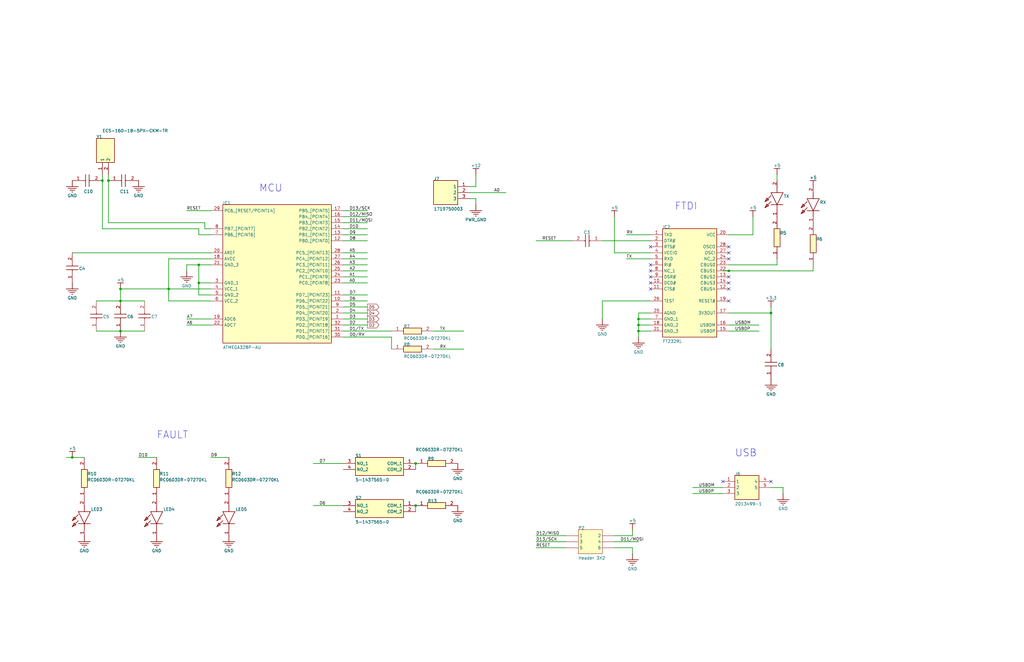
<source format=kicad_sch>
(kicad_sch (version 20211123) (generator eeschema)
  (paper "B")
  (lib_symbols
    (symbol "SafetyPCB-altium-import:+12" (power)
      (property "Reference" "#PWR" (at 0 0 0))
      (property "Value" "+12" (at 0 3.81 0))
      (symbol "+12_0_0"
        (pin power_in line (at 0 0 0) (length 0) hide (name "+12") (number ""))
      )
    )
    (symbol "SafetyPCB-altium-import:+3.3" (power)
      (property "Reference" "#PWR" (at 0 0 0))
      (property "Value" "+3.3" (at 0 3.81 0))
      (symbol "+3.3_0_0"
        (pin power_in line (at 0 0 0) (length 0) hide (name "+3.3") (number ""))
      )
    )
    (symbol "SafetyPCB-altium-import:+5" (power)
      (property "Reference" "#PWR" (at 0 0 0))
      (property "Value" "+5" (at 0 3.81 0))
      (symbol "+5_0_0"
        (pin power_in line (at 0 0 0) (length 0) hide (name "+5") (number ""))
      )
    )
    (symbol "SafetyPCB-altium-import:0_06035A200KAT2A"
      (property "Value" "0_06035A200KAT2A" (at 0 0 0))
      (symbol "0_06035A200KAT2A_1_0"
        (pin passive line (at 0 0 0) (length 5.08) (name "1") (number "1"))
        (pin passive line (at 12.7 0 180) (length 5.08) (name "2") (number "2"))
      )
    )
    (symbol "SafetyPCB-altium-import:0_2013499-1"
      (property "Value" "0_2013499-1" (at 0 0 0))
      (symbol "0_2013499-1_1_0"
        (pin passive line (at 0 0 0) (length 5.08) (name "1") (number "1"))
        (pin passive line (at 0 -2.54 0) (length 5.08) (name "2") (number "2"))
        (pin passive line (at 0 -5.08 0) (length 5.08) (name "3") (number "3"))
        (pin passive line (at 20.32 0 180) (length 5.08) (name "4") (number "4"))
        (pin passive line (at 20.32 -2.54 180) (length 5.08) (name "5") (number "5"))
      )
    )
    (symbol "SafetyPCB-altium-import:0_5-1437565-0"
      (property "Value" "0_5-1437565-0" (at 0 0 0))
      (symbol "0_5-1437565-0_1_0"
        (pin passive line (at 30.48 0 180) (length 5.08) (name "COM_1") (number "1"))
        (pin passive line (at 30.48 -2.54 180) (length 5.08) (name "COM_2") (number "2"))
        (pin passive line (at 0 0 0) (length 5.08) (name "NO_1") (number "3"))
        (pin passive line (at 0 -2.54 0) (length 5.08) (name "NO_2") (number "4"))
      )
    )
    (symbol "SafetyPCB-altium-import:0_ATMEGA328P-AU"
      (property "Value" "0_ATMEGA328P-AU" (at 0 0 0))
      (symbol "0_ATMEGA328P-AU_1_0"
        (pin bidirectional line (at 58.42 -20.32 180) (length 5.08) (name "PD3_[PCINT19]") (number "1"))
        (pin bidirectional line (at 58.42 -12.7 180) (length 5.08) (name "PD6_[PCINT22]") (number "10"))
        (pin bidirectional line (at 58.42 -10.16 180) (length 5.08) (name "PD7_[PCINT23]") (number "11"))
        (pin bidirectional line (at 58.42 12.7 180) (length 5.08) (name "PB0_[PCINT0]") (number "12"))
        (pin bidirectional line (at 58.42 15.24 180) (length 5.08) (name "PB1_[PCINT1]") (number "13"))
        (pin bidirectional line (at 58.42 17.78 180) (length 5.08) (name "PB2_[PCINT2]") (number "14"))
        (pin bidirectional line (at 58.42 20.32 180) (length 5.08) (name "PB3_[PCINT3]") (number "15"))
        (pin bidirectional line (at 58.42 22.86 180) (length 5.08) (name "PB4_[PCINT4]") (number "16"))
        (pin bidirectional line (at 58.42 25.4 180) (length 5.08) (name "PB5_[PCINT5]") (number "17"))
        (pin power_in line (at 2.54 5.08 0) (length 5.08) (name "AVCC") (number "18"))
        (pin bidirectional line (at 2.54 -20.32 0) (length 5.08) (name "ADC6") (number "19"))
        (pin bidirectional line (at 58.42 -17.78 180) (length 5.08) (name "PD4_[PCINT20]") (number "2"))
        (pin bidirectional line (at 2.54 7.62 0) (length 5.08) (name "AREF") (number "20"))
        (pin power_in line (at 2.54 2.54 0) (length 5.08) (name "GND_3") (number "21"))
        (pin bidirectional line (at 2.54 -22.86 0) (length 5.08) (name "ADC7") (number "22"))
        (pin bidirectional line (at 58.42 -5.08 180) (length 5.08) (name "PC0_[PCINT8]") (number "23"))
        (pin bidirectional line (at 58.42 -2.54 180) (length 5.08) (name "PC1_[PCINT9]") (number "24"))
        (pin bidirectional line (at 58.42 0 180) (length 5.08) (name "PC2_[PCINT10]") (number "25"))
        (pin bidirectional line (at 58.42 2.54 180) (length 5.08) (name "PC3_[PCINT11]") (number "26"))
        (pin bidirectional line (at 58.42 5.08 180) (length 5.08) (name "PC4_[PCINT12]") (number "27"))
        (pin bidirectional line (at 58.42 7.62 180) (length 5.08) (name "PC5_[PCINT13]") (number "28"))
        (pin bidirectional line (at 2.54 25.4 0) (length 5.08) (name "PC6_[RESET/PCINT14]") (number "29"))
        (pin power_in line (at 2.54 -5.08 0) (length 5.08) (name "GND_1") (number "3"))
        (pin bidirectional line (at 58.42 -27.94 180) (length 5.08) (name "PD0_[PCINT16]") (number "30"))
        (pin bidirectional line (at 58.42 -25.4 180) (length 5.08) (name "PD1_[PCINT17]") (number "31"))
        (pin bidirectional line (at 58.42 -22.86 180) (length 5.08) (name "PD2_[PCINT18]") (number "32"))
        (pin power_in line (at 2.54 -7.62 0) (length 5.08) (name "VCC_1") (number "4"))
        (pin power_in line (at 2.54 -10.16 0) (length 5.08) (name "GND_2") (number "5"))
        (pin power_in line (at 2.54 -12.7 0) (length 5.08) (name "VCC_2") (number "6"))
        (pin bidirectional line (at 2.54 15.24 0) (length 5.08) (name "PB6_[PCINT6]") (number "7"))
        (pin bidirectional line (at 2.54 17.78 0) (length 5.08) (name "PB7_[PCINT7]") (number "8"))
        (pin bidirectional line (at 58.42 -15.24 180) (length 5.08) (name "PD5_[PCINT21]") (number "9"))
      )
    )
    (symbol "SafetyPCB-altium-import:0_FT232RL"
      (property "Value" "0_FT232RL" (at 0 0 0))
      (symbol "0_FT232RL_1_0"
        (pin passive line (at 0 0 0) (length 5.08) (name "TXD") (number "1"))
        (pin passive line (at 0 -20.32 0) (length 5.08) (name "DCD#") (number "10"))
        (pin passive line (at 0 -22.86 0) (length 5.08) (name "CTS#") (number "11"))
        (pin passive line (at 33.02 -22.86 180) (length 5.08) (name "CBUS4") (number "12"))
        (pin passive line (at 33.02 -17.78 180) (length 5.08) (name "CBUS2") (number "13"))
        (pin passive line (at 33.02 -20.32 180) (length 5.08) (name "CBUS3") (number "14"))
        (pin passive line (at 33.02 -40.64 180) (length 5.08) (name "USBDP") (number "15"))
        (pin passive line (at 33.02 -38.1 180) (length 5.08) (name "USBDM") (number "16"))
        (pin passive line (at 33.02 -33.02 180) (length 5.08) (name "3V3OUT") (number "17"))
        (pin passive line (at 0 -38.1 0) (length 5.08) (name "GND_2") (number "18"))
        (pin passive line (at 33.02 -27.94 180) (length 5.08) (name "RESET#") (number "19"))
        (pin passive line (at 0 -2.54 0) (length 5.08) (name "DTR#") (number "2"))
        (pin passive line (at 33.02 0 180) (length 5.08) (name "VCC") (number "20"))
        (pin passive line (at 0 -40.64 0) (length 5.08) (name "GND_3") (number "21"))
        (pin passive line (at 33.02 -15.24 180) (length 5.08) (name "CBUS1") (number "22"))
        (pin passive line (at 33.02 -12.7 180) (length 5.08) (name "CBUS0") (number "23"))
        (pin passive line (at 33.02 -10.16 180) (length 5.08) (name "NC_2") (number "24"))
        (pin passive line (at 0 -33.02 0) (length 5.08) (name "AGND") (number "25"))
        (pin passive line (at 0 -27.94 0) (length 5.08) (name "TEST") (number "26"))
        (pin passive line (at 33.02 -7.62 180) (length 5.08) (name "OSCI") (number "27"))
        (pin passive line (at 33.02 -5.08 180) (length 5.08) (name "OSCO") (number "28"))
        (pin passive line (at 0 -5.08 0) (length 5.08) (name "RTS#") (number "3"))
        (pin passive line (at 0 -7.62 0) (length 5.08) (name "VCCIO") (number "4"))
        (pin passive line (at 0 -10.16 0) (length 5.08) (name "RXD") (number "5"))
        (pin passive line (at 0 -12.7 0) (length 5.08) (name "RI#") (number "6"))
        (pin passive line (at 0 -35.56 0) (length 5.08) (name "GND_1") (number "7"))
        (pin passive line (at 0 -15.24 0) (length 5.08) (name "NC_1") (number "8"))
        (pin passive line (at 0 -17.78 0) (length 5.08) (name "DSR#") (number "9"))
      )
    )
    (symbol "SafetyPCB-altium-import:0_Header 3X2"
      (property "Value" "0_Header 3X2" (at 0 0 0))
      (symbol "0_Header 3X2_1_0"
        (pin passive line (at -5.08 -2.54 0) (length 5.08) (name "1") (number "1"))
        (pin passive line (at 15.24 -2.54 180) (length 5.08) (name "2") (number "2"))
        (pin passive line (at -5.08 -5.08 0) (length 5.08) (name "3") (number "3"))
        (pin passive line (at 15.24 -5.08 180) (length 5.08) (name "4") (number "4"))
        (pin passive line (at -5.08 -7.62 0) (length 5.08) (name "5") (number "5"))
        (pin passive line (at 15.24 -7.62 180) (length 5.08) (name "6") (number "6"))
      )
    )
    (symbol "SafetyPCB-altium-import:0_RC0603DR-07270KL"
      (property "Value" "0_RC0603DR-07270KL" (at 0 0 0))
      (symbol "0_RC0603DR-07270KL_1_0"
        (pin passive line (at 0 0 0) (length 5.08) (name "1") (number "1"))
        (pin passive line (at 17.78 0 180) (length 5.08) (name "2") (number "2"))
      )
    )
    (symbol "SafetyPCB-altium-import:1_C0603C104K3RACTU"
      (property "Value" "1_C0603C104K3RACTU" (at 0 0 0))
      (symbol "1_C0603C104K3RACTU_1_0"
        (pin passive line (at 0 0 90) (length 5.08) (name "1") (number "1"))
        (pin passive line (at 0 12.7 270) (length 5.08) (name "2") (number "2"))
      )
    )
    (symbol "SafetyPCB-altium-import:1_ECS-160-18-5PX-CKM-TR"
      (property "Value" "1_ECS-160-18-5PX-CKM-TR" (at 0 0 0))
      (symbol "1_ECS-160-18-5PX-CKM-TR_1_0"
        (pin passive line (at 0 0 90) (length 5.08) (name "1") (number "1"))
        (pin passive line (at 2.54 0 90) (length 5.08) (name "2") (number "2"))
      )
    )
    (symbol "SafetyPCB-altium-import:1_LTST-C191TBKT-5A"
      (property "Value" "1_LTST-C191TBKT-5A" (at 0 0 0))
      (symbol "1_LTST-C191TBKT-5A_1_0"
        (pin passive line (at 0 0 90) (length 2.54) (name "K") (number "1"))
        (pin passive line (at 0 15.24 270) (length 2.54) (name "A") (number "2"))
      )
    )
    (symbol "SafetyPCB-altium-import:1_RC0603DR-07270KL"
      (property "Value" "1_RC0603DR-07270KL" (at 0 0 0))
      (symbol "1_RC0603DR-07270KL_1_0"
        (pin passive line (at 0 0 90) (length 5.08) (name "1") (number "1"))
        (pin passive line (at 0 17.78 270) (length 5.08) (name "2") (number "2"))
      )
    )
    (symbol "SafetyPCB-altium-import:2_1719750003"
      (property "Value" "2_1719750003" (at 0 0 0))
      (symbol "2_1719750003_1_0"
        (pin passive line (at 0 5.08 180) (length 5.08) (name "1") (number "1"))
        (pin passive line (at 0 2.54 180) (length 5.08) (name "2") (number "2"))
        (pin passive line (at 0 0 180) (length 5.08) (name "3") (number "3"))
      )
    )
    (symbol "SafetyPCB-altium-import:2_C0603C104K3RACTU"
      (property "Value" "2_C0603C104K3RACTU" (at 0 0 0))
      (symbol "2_C0603C104K3RACTU_1_0"
        (pin passive line (at 0 0 180) (length 5.08) (name "1") (number "1"))
        (pin passive line (at -12.7 0 0) (length 5.08) (name "2") (number "2"))
      )
    )
    (symbol "SafetyPCB-altium-import:GND" (power)
      (property "Reference" "#PWR" (at 0 0 0))
      (property "Value" "GND" (at 0 6.35 0))
      (symbol "GND_0_0"
        (pin power_in line (at 0 0 0) (length 0) hide (name "GND") (number ""))
      )
    )
    (symbol "SafetyPCB-altium-import:PWR_GND" (power)
      (property "Reference" "#PWR" (at 0 0 0))
      (property "Value" "PWR_GND" (at 0 6.35 0))
      (symbol "PWR_GND_0_0"
        (pin power_in line (at 0 0 0) (length 0) hide (name "PWR_GND") (number ""))
      )
    )
  )
  (junction (at 50.8 139.7))
  (junction (at 307.34 114.3))
  (junction (at 71.12 121.92))
  (junction (at 325.12 132.08))
  (junction (at 83.82 119.38))
  (junction (at 269.24 139.7))
  (junction (at 50.8 127))
  (junction (at 50.8 121.92))
  (junction (at 43.18 76.2))
  (junction (at 175.26 195.58))
  (junction (at 269.24 137.16))
  (junction (at 45.72 76.2))
  (junction (at 30.48 193.04))
  (junction (at 83.82 111.76))
  (junction (at 175.26 213.36))
  (junction (at 269.24 134.62))
  (no_connect (at 304.8 203.2))
  (no_connect (at 274.32 116.84))
  (no_connect (at 307.34 104.14))
  (no_connect (at 307.34 127))
  (no_connect (at 307.34 109.22))
  (no_connect (at 307.34 106.68))
  (no_connect (at 307.34 116.84))
  (no_connect (at 307.34 121.92))
  (no_connect (at 274.32 111.76))
  (no_connect (at 274.32 121.92))
  (no_connect (at 274.32 119.38))
  (no_connect (at 274.32 114.3))
  (no_connect (at 274.32 104.14))
  (no_connect (at 307.34 119.38))
  (no_connect (at 325.12 203.2))
  (wire (pts (xy 269.24 139.7) (xy 269.24 137.16)) (stroke (width 0.254)))
  (wire (pts (xy 78.74 111.76) (xy 78.74 114.3)) (stroke (width 0.254)))
  (wire (pts (xy 274.32 127) (xy 254 127)) (stroke (width 0.254)))
  (wire (pts (xy 43.18 76.2) (xy 43.18 73.66)) (stroke (width 0.254)))
  (wire (pts (xy 83.82 96.52) (xy 83.82 99.06)) (stroke (width 0.254)))
  (wire (pts (xy 50.8 139.7) (xy 60.96 139.7)) (stroke (width 0.254)))
  (wire (pts (xy 182.88 147.32) (xy 195.58 147.32)) (stroke (width 0.254)))
  (wire (pts (xy 307.34 114.3) (xy 304.8 114.3)) (stroke (width 0.254)))
  (wire (pts (xy 259.08 231.14) (xy 266.7 231.14)) (stroke (width 0.254)))
  (wire (pts (xy 30.48 193.04) (xy 27.94 193.04)) (stroke (width 0.254)))
  (wire (pts (xy 88.9 109.22) (xy 71.12 109.22)) (stroke (width 0.254)))
  (wire (pts (xy 144.78 213.36) (xy 132.08 213.36)) (stroke (width 0.254)))
  (wire (pts (xy 325.12 205.74) (xy 330.2 205.74)) (stroke (width 0.254)))
  (wire (pts (xy 144.78 91.44) (xy 154.94 91.44)) (stroke (width 0.254)))
  (wire (pts (xy 50.8 127) (xy 60.96 127)) (stroke (width 0.254)))
  (wire (pts (xy 274.32 137.16) (xy 269.24 137.16)) (stroke (width 0.254)))
  (wire (pts (xy 144.78 129.54) (xy 154.94 129.54)) (stroke (width 0.254)))
  (wire (pts (xy 144.78 134.62) (xy 154.94 134.62)) (stroke (width 0.254)))
  (wire (pts (xy 266.7 231.14) (xy 266.7 233.68)) (stroke (width 0.254)))
  (wire (pts (xy 88.9 88.9) (xy 78.74 88.9)) (stroke (width 0.254)))
  (wire (pts (xy 342.9 114.3) (xy 307.34 114.3)) (stroke (width 0.254)))
  (wire (pts (xy 259.08 228.6) (xy 269.24 228.6)) (stroke (width 0.254)))
  (wire (pts (xy 144.78 116.84) (xy 154.94 116.84)) (stroke (width 0.254)))
  (wire (pts (xy 50.8 121.92) (xy 50.8 127)) (stroke (width 0.254)))
  (wire (pts (xy 45.72 76.2) (xy 45.72 93.98)) (stroke (width 0.254)))
  (wire (pts (xy 88.9 127) (xy 71.12 127)) (stroke (width 0.254)))
  (wire (pts (xy 83.82 99.06) (xy 88.9 99.06)) (stroke (width 0.254)))
  (wire (pts (xy 254 101.6) (xy 274.32 101.6)) (stroke (width 0.254)))
  (wire (pts (xy 144.78 99.06) (xy 154.94 99.06)) (stroke (width 0.254)))
  (wire (pts (xy 330.2 205.74) (xy 330.2 208.28)) (stroke (width 0.254)))
  (wire (pts (xy 96.52 193.04) (xy 88.9 193.04)) (stroke (width 0.254)))
  (wire (pts (xy 198.12 83.82) (xy 200.66 83.82)) (stroke (width 0.254)))
  (wire (pts (xy 71.12 109.22) (xy 71.12 121.92)) (stroke (width 0.254)))
  (wire (pts (xy 144.78 137.16) (xy 154.94 137.16)) (stroke (width 0.254)))
  (wire (pts (xy 238.76 226.06) (xy 226.06 226.06)) (stroke (width 0.254)))
  (wire (pts (xy 88.9 134.62) (xy 78.74 134.62)) (stroke (width 0.254)))
  (wire (pts (xy 144.78 114.3) (xy 154.94 114.3)) (stroke (width 0.254)))
  (wire (pts (xy 292.1 208.28) (xy 304.8 208.28)) (stroke (width 0.254)))
  (wire (pts (xy 307.34 132.08) (xy 325.12 132.08)) (stroke (width 0.254)))
  (wire (pts (xy 40.64 127) (xy 50.8 127)) (stroke (width 0.254)))
  (wire (pts (xy 88.9 124.46) (xy 83.82 124.46)) (stroke (width 0.254)))
  (wire (pts (xy 259.08 226.06) (xy 266.7 226.06)) (stroke (width 0.254)))
  (wire (pts (xy 307.34 137.16) (xy 320.04 137.16)) (stroke (width 0.254)))
  (wire (pts (xy 259.08 106.68) (xy 259.08 91.44)) (stroke (width 0.254)))
  (wire (pts (xy 144.78 127) (xy 154.94 127)) (stroke (width 0.254)))
  (wire (pts (xy 86.36 93.98) (xy 86.36 96.52)) (stroke (width 0.254)))
  (wire (pts (xy 254 127) (xy 254 134.62)) (stroke (width 0.254)))
  (wire (pts (xy 88.9 106.68) (xy 30.48 106.68)) (stroke (width 0.254)))
  (wire (pts (xy 71.12 127) (xy 71.12 121.92)) (stroke (width 0.254)))
  (wire (pts (xy 274.32 139.7) (xy 269.24 139.7)) (stroke (width 0.254)))
  (wire (pts (xy 144.78 93.98) (xy 154.94 93.98)) (stroke (width 0.254)))
  (wire (pts (xy 144.78 139.7) (xy 165.1 139.7)) (stroke (width 0.254)))
  (wire (pts (xy 317.5 99.06) (xy 317.5 91.44)) (stroke (width 0.254)))
  (wire (pts (xy 198.12 81.28) (xy 213.36 81.28)) (stroke (width 0.254)))
  (wire (pts (xy 83.82 119.38) (xy 88.9 119.38)) (stroke (width 0.254)))
  (wire (pts (xy 342.9 111.76) (xy 342.9 114.3)) (stroke (width 0.254)))
  (wire (pts (xy 269.24 142.24) (xy 269.24 139.7)) (stroke (width 0.254)))
  (wire (pts (xy 327.66 109.22) (xy 327.66 111.76)) (stroke (width 0.254)))
  (wire (pts (xy 241.3 101.6) (xy 226.06 101.6)) (stroke (width 0.254)))
  (wire (pts (xy 144.78 111.76) (xy 154.94 111.76)) (stroke (width 0.254)))
  (wire (pts (xy 43.18 76.2) (xy 43.18 96.52)) (stroke (width 0.254)))
  (wire (pts (xy 144.78 101.6) (xy 154.94 101.6)) (stroke (width 0.254)))
  (wire (pts (xy 35.56 193.04) (xy 30.48 193.04)) (stroke (width 0.254)))
  (wire (pts (xy 88.9 121.92) (xy 71.12 121.92)) (stroke (width 0.254)))
  (wire (pts (xy 325.12 132.08) (xy 325.12 129.54)) (stroke (width 0.254)))
  (wire (pts (xy 274.32 99.06) (xy 264.16 99.06)) (stroke (width 0.254)))
  (wire (pts (xy 45.72 93.98) (xy 86.36 93.98)) (stroke (width 0.254)))
  (wire (pts (xy 43.18 96.52) (xy 83.82 96.52)) (stroke (width 0.254)))
  (wire (pts (xy 83.82 124.46) (xy 83.82 119.38)) (stroke (width 0.254)))
  (wire (pts (xy 175.26 198.12) (xy 175.26 195.58)) (stroke (width 0.254)))
  (wire (pts (xy 45.72 76.2) (xy 45.72 73.66)) (stroke (width 0.254)))
  (wire (pts (xy 40.64 139.7) (xy 50.8 139.7)) (stroke (width 0.254)))
  (wire (pts (xy 327.66 111.76) (xy 307.34 111.76)) (stroke (width 0.254)))
  (wire (pts (xy 269.24 137.16) (xy 269.24 134.62)) (stroke (width 0.254)))
  (wire (pts (xy 325.12 132.08) (xy 325.12 147.32)) (stroke (width 0.254)))
  (wire (pts (xy 71.12 121.92) (xy 50.8 121.92)) (stroke (width 0.254)))
  (wire (pts (xy 144.78 96.52) (xy 154.94 96.52)) (stroke (width 0.254)))
  (wire (pts (xy 292.1 205.74) (xy 304.8 205.74)) (stroke (width 0.254)))
  (wire (pts (xy 144.78 124.46) (xy 154.94 124.46)) (stroke (width 0.254)))
  (wire (pts (xy 66.04 193.04) (xy 58.42 193.04)) (stroke (width 0.254)))
  (wire (pts (xy 274.32 134.62) (xy 269.24 134.62)) (stroke (width 0.254)))
  (wire (pts (xy 83.82 111.76) (xy 78.74 111.76)) (stroke (width 0.254)))
  (wire (pts (xy 144.78 132.08) (xy 154.94 132.08)) (stroke (width 0.254)))
  (wire (pts (xy 144.78 106.68) (xy 154.94 106.68)) (stroke (width 0.254)))
  (wire (pts (xy 154.94 88.9) (xy 144.78 88.9)) (stroke (width 0.254)))
  (wire (pts (xy 83.82 111.76) (xy 83.82 119.38)) (stroke (width 0.254)))
  (wire (pts (xy 327.66 73.66) (xy 327.66 76.2)) (stroke (width 0.254)))
  (wire (pts (xy 269.24 132.08) (xy 274.32 132.08)) (stroke (width 0.254)))
  (wire (pts (xy 175.26 215.9) (xy 175.26 213.36)) (stroke (width 0.254)))
  (wire (pts (xy 200.66 78.74) (xy 200.66 73.66)) (stroke (width 0.254)))
  (wire (pts (xy 144.78 109.22) (xy 154.94 109.22)) (stroke (width 0.254)))
  (wire (pts (xy 88.9 137.16) (xy 78.74 137.16)) (stroke (width 0.254)))
  (wire (pts (xy 274.32 106.68) (xy 259.08 106.68)) (stroke (width 0.254)))
  (wire (pts (xy 86.36 96.52) (xy 88.9 96.52)) (stroke (width 0.254)))
  (wire (pts (xy 307.34 139.7) (xy 320.04 139.7)) (stroke (width 0.254)))
  (wire (pts (xy 274.32 109.22) (xy 264.16 109.22)) (stroke (width 0.254)))
  (wire (pts (xy 88.9 111.76) (xy 83.82 111.76)) (stroke (width 0.254)))
  (wire (pts (xy 266.7 226.06) (xy 266.7 223.52)) (stroke (width 0.254)))
  (wire (pts (xy 238.76 231.14) (xy 226.06 231.14)) (stroke (width 0.254)))
  (wire (pts (xy 198.12 78.74) (xy 200.66 78.74)) (stroke (width 0.254)))
  (wire (pts (xy 144.78 195.58) (xy 132.08 195.58)) (stroke (width 0.254)))
  (wire (pts (xy 165.1 142.24) (xy 165.1 147.32)) (stroke (width 0.254)))
  (wire (pts (xy 238.76 228.6) (xy 226.06 228.6)) (stroke (width 0.254)))
  (wire (pts (xy 307.34 99.06) (xy 317.5 99.06)) (stroke (width 0.254)))
  (wire (pts (xy 144.78 142.24) (xy 165.1 142.24)) (stroke (width 0.254)))
  (wire (pts (xy 144.78 119.38) (xy 154.94 119.38)) (stroke (width 0.254)))
  (wire (pts (xy 269.24 134.62) (xy 269.24 132.08)) (stroke (width 0.254)))
  (wire (pts (xy 200.66 83.82) (xy 200.66 86.36)) (stroke (width 0.254)))
  (wire (pts (xy 182.88 139.7) (xy 195.58 139.7)) (stroke (width 0.254)))
  (text "USB" (at 309.88 193.04 180) (effects (font (size 3.048 3.048)) (justify left bottom)))
  (text "FAULT" (at 66.04 185.42 180) (effects (font (size 3.048 3.048)) (justify left bottom)))
  (text "MCU" (at 109.22 81.28 180) (effects (font (size 3.048 3.048)) (justify left bottom)))
  (text "FTDI" (at 284.48 88.9 180) (effects (font (size 3.048 3.048)) (justify left bottom)))
  (label "A7" (at 78.74 134.62 0))
  (label "D2" (at 147.32 137.16 0))
  (label "D10" (at 147.32 96.52 0))
  (label "TX" (at 185.42 139.7 0))
  (label "RESET" (at 226.06 231.14 0))
  (label "USBDP" (at 309.88 139.7 0))
  (label "D12/MISO" (at 147.32 91.44 0))
  (label "A0" (at 147.32 119.38 0))
  (label "D8" (at 147.32 101.6 0))
  (label "RESET" (at 78.74 88.9 0))
  (label "D3" (at 147.32 134.62 0))
  (label "D12/MISO" (at 226.06 226.06 0))
  (label "A0" (at 208.28 81.28 0))
  (label "D5" (at 147.32 129.54 0))
  (label "D9" (at 88.9 193.04 0))
  (label "D4" (at 147.32 132.08 0))
  (label "RESET" (at 228.6 101.6 0))
  (label "D1/TX" (at 147.32 139.7 0))
  (label "D9" (at 147.32 99.06 0))
  (label "A5" (at 147.32 106.68 0))
  (label "D0/RX" (at 147.32 142.24 0))
  (label "A4" (at 147.32 109.22 0))
  (label "RX" (at 185.42 147.32 0))
  (label "A2" (at 147.32 114.3 0))
  (label "RX" (at 264.16 99.06 0))
  (label "USBDP" (at 294.64 208.28 0))
  (label "TX" (at 264.16 109.22 0))
  (label "A1" (at 147.32 116.84 0))
  (label "D13/SCK" (at 226.06 228.6 0))
  (label "D11/MOSI" (at 261.62 228.6 0))
  (label "A3" (at 147.32 111.76 0))
  (label "D13/SCK" (at 147.32 88.9 0))
  (label "A6" (at 78.74 137.16 0))
  (label "D10" (at 58.42 193.04 0))
  (label "D7" (at 134.62 195.58 0))
  (label "D6" (at 134.62 213.36 0))
  (label "USBDM" (at 309.88 137.16 0))
  (label "D7" (at 147.32 124.46 0))
  (label "USBDM" (at 294.64 205.74 0))
  (label "D11/MOSI" (at 147.32 93.98 0))
  (label "D6" (at 147.32 127 0))
  (global_label "D4" (shape output) (at 154.94 132.08 0) (property "Intersheet References" "${INTERSHEET_REFS}" (effects hide)))
  (global_label "D5" (shape output) (at 154.94 129.54 0) (property "Intersheet References" "${INTERSHEET_REFS}" (effects hide)))
  (global_label "D2" (shape output) (at 154.94 137.16 0) (property "Intersheet References" "${INTERSHEET_REFS}" (effects hide)))
  (global_label "D3" (shape output) (at 154.94 134.62 0) (property "Intersheet References" "${INTERSHEET_REFS}" (effects hide)))
  (symbol (lib_id "SafetyPCB-altium-import:1_LTST-C191TBKT-5A") (at 96.52 226.06 0) (unit 1)
    (property "Reference" "LED5" (at 99.314 215.646 0) (effects (justify left bottom)))
    (property "Value" "LTST-C191TBKT-5A" (effects hide))
    (property "Footprint" "C:_Users_luke__Documents_AltiumLL_SamacSys.PcbLib_LEDC1608X65N" (effects hide))
    (property "DATASHEET LINK" "http://www.mouser.com/ds/2/239/S_110_LTST-C191TBKT-5A-336399.pdf" (effects hide))
    (property "HEIGHT" "0.65mm" (effects hide))
    (property "MANUFACTURER_NAME" "Lite-On" (effects hide))
    (property "MANUFACTURER_PART_NUMBER" "LTST-C191TBKT-5A" (effects hide))
    (property "MOUSER PART NUMBER" "859-LTST-C191TBKT-5A" (effects hide))
    (property "MOUSER PRICE/STOCK" "https://www.mouser.co.uk/ProductDetail/Lite-On/LTST-C191TBKT-5A/?qs=xb8aMrBSZRLgwF8AXHEbeQ%3D%3D" (effects hide))
    (property "ARROW PART NUMBER" "LTST-C191TBKT-5A" (effects hide))
    (property "ARROW PRICE/STOCK" "https://www.arrow.com/en/products/ltst-c191tbkt-5a/lite-on-technology" (effects hide))
  )
  (symbol (lib_id "SafetyPCB-altium-import:0_RC0603DR-07270KL") (at 165.1 147.32 0) (unit 1)
    (property "Reference" "R8" (at 170.18 146.05 0) (effects (justify left bottom)))
    (property "Value" "RC0603DR-07270KL" (at 170.18 151.13 0) (effects (justify left bottom)))
    (property "Footprint" "C:_Users_luke__Documents_AltiumLL_SamacSys.PcbLib_RESC1608X55N" (effects hide))
    (property "DATASHEET LINK" "http://www.yageo.com/documents/recent/PYu-RC0603_51_RoHS_L_v5.pdf" (effects hide))
    (property "HEIGHT" "0.55mm" (effects hide))
    (property "MANUFACTURER_NAME" "YAGEO (PHYCOMP)" (effects hide))
    (property "MANUFACTURER_PART_NUMBER" "RC0603DR-07270KL" (effects hide))
    (property "ARROW PART NUMBER" "RC0603DR-07270KL" (effects hide))
    (property "ARROW PRICE/STOCK" "https://www.arrow.com/en/products/rc0603dr-07270kl/yageo" (effects hide))
  )
  (symbol (lib_id "SafetyPCB-altium-import:1_LTST-C191TBKT-5A") (at 35.56 226.06 0) (unit 1)
    (property "Reference" "LED3" (at 38.354 215.646 0) (effects (justify left bottom)))
    (property "Value" "LTST-C191TBKT-5A" (effects hide))
    (property "Footprint" "C:_Users_luke__Documents_AltiumLL_SamacSys.PcbLib_LEDC1608X65N" (effects hide))
    (property "DATASHEET LINK" "http://www.mouser.com/ds/2/239/S_110_LTST-C191TBKT-5A-336399.pdf" (effects hide))
    (property "HEIGHT" "0.65mm" (effects hide))
    (property "MANUFACTURER_NAME" "Lite-On" (effects hide))
    (property "MANUFACTURER_PART_NUMBER" "LTST-C191TBKT-5A" (effects hide))
    (property "MOUSER PART NUMBER" "859-LTST-C191TBKT-5A" (effects hide))
    (property "MOUSER PRICE/STOCK" "https://www.mouser.co.uk/ProductDetail/Lite-On/LTST-C191TBKT-5A/?qs=xb8aMrBSZRLgwF8AXHEbeQ%3D%3D" (effects hide))
    (property "ARROW PART NUMBER" "LTST-C191TBKT-5A" (effects hide))
    (property "ARROW PRICE/STOCK" "https://www.arrow.com/en/products/ltst-c191tbkt-5a/lite-on-technology" (effects hide))
  )
  (symbol (lib_id "SafetyPCB-altium-import:GND") (at 269.24 142.24 0) (unit 1)
    (property "Reference" "#PWR?" (effects hide))
    (property "Value" "GND" (at 269.24 148.59 0))
  )
  (symbol (lib_id "SafetyPCB-altium-import:1_C0603C104K3RACTU") (at 30.48 119.38 0) (unit 1)
    (property "Reference" "C4" (at 33.274 114.046 0) (effects (justify left bottom)))
    (property "Value" "C0603C104K3RACTU" (effects hide))
    (property "Footprint" "C:_Users_luke__Documents_AltiumLL_SamacSys.PcbLib_CAPC1608X95N" (effects hide))
    (property "DATASHEET LINK" "https://content.kemet.com/datasheets/KEM_C1002_X7R_SMD.pdf" (effects hide))
    (property "HEIGHT" "0.95mm" (effects hide))
    (property "MANUFACTURER_NAME" "Kemet" (effects hide))
    (property "MANUFACTURER_PART_NUMBER" "C0603C104K3RACTU" (effects hide))
    (property "MOUSER PART NUMBER" "80-C0603C104K3R" (effects hide))
    (property "MOUSER PRICE/STOCK" "https://www.mouser.co.uk/ProductDetail/KEMET/C0603C104K3RACTU/?qs=l5k%252BbMnNDklvfdneglCDAg%3D%3D" (effects hide))
    (property "ARROW PART NUMBER" "C0603C104K3RACTU" (effects hide))
    (property "ARROW PRICE/STOCK" "https://www.arrow.com/en/products/c0603c104k3ractu/kemet-corporation" (effects hide))
  )
  (symbol (lib_id "SafetyPCB-altium-import:2_C0603C104K3RACTU") (at 254 101.6 0) (unit 1)
    (property "Reference" "C3" (at 246.126 98.806 0) (effects (justify left bottom)))
    (property "Value" "C0603C104K3RACTU" (effects hide))
    (property "Footprint" "C:_Users_luke__Documents_AltiumLL_SamacSys.PcbLib_CAPC1608X95N" (effects hide))
    (property "DATASHEET LINK" "https://content.kemet.com/datasheets/KEM_C1002_X7R_SMD.pdf" (effects hide))
    (property "HEIGHT" "0.95mm" (effects hide))
    (property "MANUFACTURER_NAME" "Kemet" (effects hide))
    (property "MANUFACTURER_PART_NUMBER" "C0603C104K3RACTU" (effects hide))
    (property "MOUSER PART NUMBER" "80-C0603C104K3R" (effects hide))
    (property "MOUSER PRICE/STOCK" "https://www.mouser.co.uk/ProductDetail/KEMET/C0603C104K3RACTU/?qs=l5k%252BbMnNDklvfdneglCDAg%3D%3D" (effects hide))
    (property "ARROW PART NUMBER" "C0603C104K3RACTU" (effects hide))
    (property "ARROW PRICE/STOCK" "https://www.arrow.com/en/products/c0603c104k3ractu/kemet-corporation" (effects hide))
  )
  (symbol (lib_id "SafetyPCB-altium-import:GND") (at 193.04 213.36 0) (unit 1)
    (property "Reference" "#PWR?" (effects hide))
    (property "Value" "GND" (at 193.04 219.71 0))
  )
  (symbol (lib_id "SafetyPCB-altium-import:+3.3") (at 325.12 129.54 180) (unit 1)
    (property "Reference" "#PWR?" (effects hide))
    (property "Value" "+3.3" (at 325.12 125.73 0))
  )
  (symbol (lib_id "SafetyPCB-altium-import:0_RC0603DR-07270KL") (at 175.26 213.36 0) (unit 1)
    (property "Reference" "R13" (at 180.34 212.09 0) (effects (justify left bottom)))
    (property "Value" "RC0603DR-07270KL" (at 175.26 208.28 0) (effects (justify left bottom)))
    (property "Footprint" "C:_Users_luke__Documents_AltiumLL_SamacSys.PcbLib_RESC1608X55N" (effects hide))
    (property "DATASHEET LINK" "http://www.yageo.com/documents/recent/PYu-RC0603_51_RoHS_L_v5.pdf" (effects hide))
    (property "HEIGHT" "0.55mm" (effects hide))
    (property "MANUFACTURER_NAME" "YAGEO (PHYCOMP)" (effects hide))
    (property "MANUFACTURER_PART_NUMBER" "RC0603DR-07270KL" (effects hide))
    (property "ARROW PART NUMBER" "RC0603DR-07270KL" (effects hide))
    (property "ARROW PRICE/STOCK" "https://www.arrow.com/en/products/rc0603dr-07270kl/yageo" (effects hide))
  )
  (symbol (lib_id "SafetyPCB-altium-import:0_Header 3X2") (at 243.84 223.52 0) (unit 1)
    (property "Reference" "P2" (at 243.84 223.52 0) (effects (justify left bottom)))
    (property "Value" "Header 3X2" (at 243.84 236.22 0) (effects (justify left bottom)))
    (property "Footprint" "HDR2X3" (effects hide))
    (property "LATESTREVISIONDATE" "17-Jul-2002" (effects hide))
    (property "LATESTREVISIONNOTE" "Re-released for DXP Platform." (effects hide))
    (property "PUBLISHER" "Altium Limited" (effects hide))
  )
  (symbol (lib_id "SafetyPCB-altium-import:+12") (at 200.66 73.66 180) (unit 1)
    (property "Reference" "#PWR?" (effects hide))
    (property "Value" "+12" (at 200.66 69.85 0))
  )
  (symbol (lib_id "SafetyPCB-altium-import:0_5-1437565-0") (at 144.78 195.58 0) (unit 1)
    (property "Reference" "S1" (at 149.86 193.04 0) (effects (justify left bottom)))
    (property "Value" "5-1437565-0" (at 149.86 203.2 0) (effects (justify left bottom)))
    (property "Footprint" "C:_Users_luke__Documents_AltiumLL_SamacSys.PcbLib_FSM6JSMATR" (effects hide))
    (property "DATASHEET LINK" "https://www.te.com/commerce/DocumentDelivery/DDEController?Action=showdoc&DocId=Customer+Drawing%7F2-1437565-7%7FV%7Fpdf%7FEnglish%7FENG_CD_2-1437565-7_V.pdf%7F5-1437565-0" (effects hide))
    (property "HEIGHT" "7.26mm" (effects hide))
    (property "MANUFACTURER_NAME" "TE Connectivity" (effects hide))
    (property "MANUFACTURER_PART_NUMBER" "5-1437565-0" (effects hide))
    (property "MOUSER PART NUMBER" "506-5-1437565-0" (effects hide))
    (property "MOUSER PRICE/STOCK" "https://www.mouser.co.uk/ProductDetail/TE-Connectivity-PB/5-1437565-0?qs=%2FwXgF%2FfIho9mO1nArmyR6A%3D%3D" (effects hide))
  )
  (symbol (lib_id "SafetyPCB-altium-import:+5") (at 342.9 78.74 180) (unit 1)
    (property "Reference" "#PWR?" (effects hide))
    (property "Value" "+5" (at 342.9 74.93 0))
  )
  (symbol (lib_id "SafetyPCB-altium-import:1_RC0603DR-07270KL") (at 342.9 111.76 0) (unit 1)
    (property "Reference" "R6" (at 344.17 101.6 0) (effects (justify left bottom)))
    (property "Value" "RC0603DR-07270KL" (effects hide))
    (property "Footprint" "C:_Users_luke__Documents_AltiumLL_SamacSys.PcbLib_RESC1608X55N" (effects hide))
    (property "DATASHEET LINK" "http://www.yageo.com/documents/recent/PYu-RC0603_51_RoHS_L_v5.pdf" (effects hide))
    (property "HEIGHT" "0.55mm" (effects hide))
    (property "MANUFACTURER_NAME" "YAGEO (PHYCOMP)" (effects hide))
    (property "MANUFACTURER_PART_NUMBER" "RC0603DR-07270KL" (effects hide))
    (property "ARROW PART NUMBER" "RC0603DR-07270KL" (effects hide))
    (property "ARROW PRICE/STOCK" "https://www.arrow.com/en/products/rc0603dr-07270kl/yageo" (effects hide))
  )
  (symbol (lib_id "SafetyPCB-altium-import:0_5-1437565-0") (at 144.78 213.36 0) (unit 1)
    (property "Reference" "S2" (at 149.86 210.82 0) (effects (justify left bottom)))
    (property "Value" "5-1437565-0" (at 149.86 220.98 0) (effects (justify left bottom)))
    (property "Footprint" "C:_Users_luke__Documents_AltiumLL_SamacSys.PcbLib_FSM6JSMATR" (effects hide))
    (property "DATASHEET LINK" "https://www.te.com/commerce/DocumentDelivery/DDEController?Action=showdoc&DocId=Customer+Drawing%7F2-1437565-7%7FV%7Fpdf%7FEnglish%7FENG_CD_2-1437565-7_V.pdf%7F5-1437565-0" (effects hide))
    (property "HEIGHT" "7.26mm" (effects hide))
    (property "MANUFACTURER_NAME" "TE Connectivity" (effects hide))
    (property "MANUFACTURER_PART_NUMBER" "5-1437565-0" (effects hide))
    (property "MOUSER PART NUMBER" "506-5-1437565-0" (effects hide))
    (property "MOUSER PRICE/STOCK" "https://www.mouser.co.uk/ProductDetail/TE-Connectivity-PB/5-1437565-0?qs=%2FwXgF%2FfIho9mO1nArmyR6A%3D%3D" (effects hide))
  )
  (symbol (lib_id "SafetyPCB-altium-import:PWR_GND") (at 200.66 86.36 0) (unit 1)
    (property "Reference" "#PWR?" (effects hide))
    (property "Value" "PWR_GND" (at 200.66 92.71 0))
  )
  (symbol (lib_id "SafetyPCB-altium-import:1_LTST-C191TBKT-5A") (at 342.9 93.98 0) (unit 1)
    (property "Reference" "RX" (at 345.694 86.106 0) (effects (justify left bottom)))
    (property "Value" "LTST-C191TBKT-5A" (effects hide))
    (property "Footprint" "C:_Users_luke__Documents_AltiumLL_SamacSys.PcbLib_LEDC1608X65N" (effects hide))
    (property "DATASHEET LINK" "http://www.mouser.com/ds/2/239/S_110_LTST-C191TBKT-5A-336399.pdf" (effects hide))
    (property "HEIGHT" "0.65mm" (effects hide))
    (property "MANUFACTURER_NAME" "Lite-On" (effects hide))
    (property "MANUFACTURER_PART_NUMBER" "LTST-C191TBKT-5A" (effects hide))
    (property "MOUSER PART NUMBER" "859-LTST-C191TBKT-5A" (effects hide))
    (property "MOUSER PRICE/STOCK" "https://www.mouser.co.uk/ProductDetail/Lite-On/LTST-C191TBKT-5A/?qs=xb8aMrBSZRLgwF8AXHEbeQ%3D%3D" (effects hide))
    (property "ARROW PART NUMBER" "LTST-C191TBKT-5A" (effects hide))
    (property "ARROW PRICE/STOCK" "https://www.arrow.com/en/products/ltst-c191tbkt-5a/lite-on-technology" (effects hide))
  )
  (symbol (lib_id "SafetyPCB-altium-import:1_C0603C104K3RACTU") (at 50.8 139.7 0) (unit 1)
    (property "Reference" "C6" (at 53.594 134.366 0) (effects (justify left bottom)))
    (property "Value" "C0603C104K3RACTU" (effects hide))
    (property "Footprint" "C:_Users_luke__Documents_AltiumLL_SamacSys.PcbLib_CAPC1608X95N" (effects hide))
    (property "DATASHEET LINK" "https://content.kemet.com/datasheets/KEM_C1002_X7R_SMD.pdf" (effects hide))
    (property "HEIGHT" "0.95mm" (effects hide))
    (property "MANUFACTURER_NAME" "Kemet" (effects hide))
    (property "MANUFACTURER_PART_NUMBER" "C0603C104K3RACTU" (effects hide))
    (property "MOUSER PART NUMBER" "80-C0603C104K3R" (effects hide))
    (property "MOUSER PRICE/STOCK" "https://www.mouser.co.uk/ProductDetail/KEMET/C0603C104K3RACTU/?qs=l5k%252BbMnNDklvfdneglCDAg%3D%3D" (effects hide))
    (property "ARROW PART NUMBER" "C0603C104K3RACTU" (effects hide))
    (property "ARROW PRICE/STOCK" "https://www.arrow.com/en/products/c0603c104k3ractu/kemet-corporation" (effects hide))
  )
  (symbol (lib_id "SafetyPCB-altium-import:1_RC0603DR-07270KL") (at 96.52 210.82 0) (unit 1)
    (property "Reference" "R12" (at 97.79 200.66 0) (effects (justify left bottom)))
    (property "Value" "RC0603DR-07270KL" (at 97.79 203.2 0) (effects (justify left bottom)))
    (property "Footprint" "C:_Users_luke__Documents_AltiumLL_SamacSys.PcbLib_RESC1608X55N" (effects hide))
    (property "DATASHEET LINK" "http://www.yageo.com/documents/recent/PYu-RC0603_51_RoHS_L_v5.pdf" (effects hide))
    (property "HEIGHT" "0.55mm" (effects hide))
    (property "MANUFACTURER_NAME" "YAGEO (PHYCOMP)" (effects hide))
    (property "MANUFACTURER_PART_NUMBER" "RC0603DR-07270KL" (effects hide))
    (property "ARROW PART NUMBER" "RC0603DR-07270KL" (effects hide))
    (property "ARROW PRICE/STOCK" "https://www.arrow.com/en/products/rc0603dr-07270kl/yageo" (effects hide))
  )
  (symbol (lib_id "SafetyPCB-altium-import:0_RC0603DR-07270KL") (at 165.1 139.7 0) (unit 1)
    (property "Reference" "R7" (at 170.18 138.43 0) (effects (justify left bottom)))
    (property "Value" "RC0603DR-07270KL" (at 170.18 143.51 0) (effects (justify left bottom)))
    (property "Footprint" "C:_Users_luke__Documents_AltiumLL_SamacSys.PcbLib_RESC1608X55N" (effects hide))
    (property "DATASHEET LINK" "http://www.yageo.com/documents/recent/PYu-RC0603_51_RoHS_L_v5.pdf" (effects hide))
    (property "HEIGHT" "0.55mm" (effects hide))
    (property "MANUFACTURER_NAME" "YAGEO (PHYCOMP)" (effects hide))
    (property "MANUFACTURER_PART_NUMBER" "RC0603DR-07270KL" (effects hide))
    (property "ARROW PART NUMBER" "RC0603DR-07270KL" (effects hide))
    (property "ARROW PRICE/STOCK" "https://www.arrow.com/en/products/rc0603dr-07270kl/yageo" (effects hide))
  )
  (symbol (lib_id "SafetyPCB-altium-import:GND") (at 78.74 114.3 0) (unit 1)
    (property "Reference" "#PWR?" (effects hide))
    (property "Value" "GND" (at 78.74 120.65 0))
  )
  (symbol (lib_id "SafetyPCB-altium-import:1_ECS-160-18-5PX-CKM-TR") (at 43.18 73.66 0) (unit 1)
    (property "Reference" "Y1" (at 40.64 58.42 0) (effects (justify left bottom)))
    (property "Value" "ECS-160-18-5PX-CKM-TR" (at 43.18 55.88 0) (effects (justify left bottom)))
    (property "Footprint" "ECS49205PXTR" (effects hide))
    (property "DATASHEET LINK" "https://ecsxtal.com/store/pdf/csm-7x.pdf" (effects hide))
    (property "HEIGHT" "4.3mm" (effects hide))
    (property "MANUFACTURER_NAME" "ECS" (effects hide))
    (property "MANUFACTURER_PART_NUMBER" "ECS-160-18-5PX-CKM-TR" (effects hide))
  )
  (symbol (lib_id "SafetyPCB-altium-import:0_ATMEGA328P-AU") (at 86.36 114.3 0) (unit 1)
    (property "Reference" "IC1" (at 93.98 86.36 0) (effects (justify left bottom)))
    (property "Value" "ATMEGA328P-AU" (at 93.98 147.32 0) (effects (justify left bottom)))
    (property "Footprint" "C:_Users_luke__Documents_AltiumLL_SamacSys.PcbLib_QFP80P900X900X120-32N" (effects hide))
    (property "DATASHEET LINK" "https://componentsearchengine.com/Datasheets/2/ATMEGA328P-AU.pdf" (effects hide))
    (property "HEIGHT" "1.2mm" (effects hide))
    (property "MANUFACTURER_NAME" "Microchip" (effects hide))
    (property "MANUFACTURER_PART_NUMBER" "ATMEGA328P-AU" (effects hide))
    (property "MOUSER PART NUMBER" "556-ATMEGA328P-AU" (effects hide))
    (property "MOUSER PRICE/STOCK" "https://www.mouser.co.uk/ProductDetail/Microchip-Technology-Atmel/ATMEGA328P-AU?qs=K8BHR703ZXiCmmgp6%2FGNmQ%3D%3D" (effects hide))
    (property "ARROW PART NUMBER" "ATMEGA328P-AU" (effects hide))
    (property "ARROW PRICE/STOCK" "https://www.arrow.com/en/products/atmega328p-au/microchip-technology" (effects hide))
  )
  (symbol (lib_id "SafetyPCB-altium-import:1_RC0603DR-07270KL") (at 327.66 109.22 0) (unit 1)
    (property "Reference" "R5" (at 328.93 99.06 0) (effects (justify left bottom)))
    (property "Value" "RC0603DR-07270KL" (effects hide))
    (property "Footprint" "C:_Users_luke__Documents_AltiumLL_SamacSys.PcbLib_RESC1608X55N" (effects hide))
    (property "DATASHEET LINK" "http://www.yageo.com/documents/recent/PYu-RC0603_51_RoHS_L_v5.pdf" (effects hide))
    (property "HEIGHT" "0.55mm" (effects hide))
    (property "MANUFACTURER_NAME" "YAGEO (PHYCOMP)" (effects hide))
    (property "MANUFACTURER_PART_NUMBER" "RC0603DR-07270KL" (effects hide))
    (property "ARROW PART NUMBER" "RC0603DR-07270KL" (effects hide))
    (property "ARROW PRICE/STOCK" "https://www.arrow.com/en/products/rc0603dr-07270kl/yageo" (effects hide))
  )
  (symbol (lib_id "SafetyPCB-altium-import:0_06035A200KAT2A") (at 45.72 76.2 0) (unit 1)
    (property "Reference" "C11" (at 50.546 81.534 0) (effects (justify left bottom)))
    (property "Value" "C0603C104K3RACTU" (effects hide))
    (property "Footprint" "CAPC1608X95N" (effects hide))
    (property "DATASHEET LINK" "https://content.kemet.com/datasheets/KEM_C1002_X7R_SMD.pdf" (effects hide))
    (property "HEIGHT" "0.95mm" (effects hide))
    (property "MANUFACTURER_NAME" "Kemet" (effects hide))
    (property "MANUFACTURER_PART_NUMBER" "C0603C104K3RACTU" (effects hide))
    (property "MOUSER PART NUMBER" "80-C0603C104K3R" (effects hide))
    (property "MOUSER PRICE/STOCK" "https://www.mouser.co.uk/ProductDetail/KEMET/C0603C104K3RACTU/?qs=l5k%252BbMnNDklvfdneglCDAg%3D%3D" (effects hide))
    (property "ARROW PART NUMBER" "C0603C104K3RACTU" (effects hide))
    (property "ARROW PRICE/STOCK" "https://www.arrow.com/en/products/c0603c104k3ractu/kemet-corporation" (effects hide))
  )
  (symbol (lib_id "SafetyPCB-altium-import:+5") (at 50.8 121.92 180) (unit 1)
    (property "Reference" "#PWR?" (effects hide))
    (property "Value" "+5" (at 50.8 118.11 0))
  )
  (symbol (lib_id "SafetyPCB-altium-import:0_06035A200KAT2A") (at 30.48 76.2 0) (unit 1)
    (property "Reference" "C10" (at 35.306 81.534 0) (effects (justify left bottom)))
    (property "Value" "C0603C104K3RACTU" (effects hide))
    (property "Footprint" "CAPC1608X95N" (effects hide))
    (property "DATASHEET LINK" "https://content.kemet.com/datasheets/KEM_C1002_X7R_SMD.pdf" (effects hide))
    (property "HEIGHT" "0.95mm" (effects hide))
    (property "MANUFACTURER_NAME" "Kemet" (effects hide))
    (property "MANUFACTURER_PART_NUMBER" "C0603C104K3RACTU" (effects hide))
    (property "MOUSER PART NUMBER" "80-C0603C104K3R" (effects hide))
    (property "MOUSER PRICE/STOCK" "https://www.mouser.co.uk/ProductDetail/KEMET/C0603C104K3RACTU/?qs=l5k%252BbMnNDklvfdneglCDAg%3D%3D" (effects hide))
    (property "ARROW PART NUMBER" "C0603C104K3RACTU" (effects hide))
    (property "ARROW PRICE/STOCK" "https://www.arrow.com/en/products/c0603c104k3ractu/kemet-corporation" (effects hide))
  )
  (symbol (lib_id "SafetyPCB-altium-import:1_C0603C104K3RACTU") (at 60.96 139.7 0) (unit 1)
    (property "Reference" "C7" (at 63.754 134.366 0) (effects (justify left bottom)))
    (property "Value" "C0603C104K3RACTU" (effects hide))
    (property "Footprint" "C:_Users_luke__Documents_AltiumLL_SamacSys.PcbLib_CAPC1608X95N" (effects hide))
    (property "DATASHEET LINK" "https://content.kemet.com/datasheets/KEM_C1002_X7R_SMD.pdf" (effects hide))
    (property "HEIGHT" "0.95mm" (effects hide))
    (property "MANUFACTURER_NAME" "Kemet" (effects hide))
    (property "MANUFACTURER_PART_NUMBER" "C0603C104K3RACTU" (effects hide))
    (property "MOUSER PART NUMBER" "80-C0603C104K3R" (effects hide))
    (property "MOUSER PRICE/STOCK" "https://www.mouser.co.uk/ProductDetail/KEMET/C0603C104K3RACTU/?qs=l5k%252BbMnNDklvfdneglCDAg%3D%3D" (effects hide))
    (property "ARROW PART NUMBER" "C0603C104K3RACTU" (effects hide))
    (property "ARROW PRICE/STOCK" "https://www.arrow.com/en/products/c0603c104k3ractu/kemet-corporation" (effects hide))
  )
  (symbol (lib_id "SafetyPCB-altium-import:1_LTST-C191TBKT-5A") (at 327.66 91.44 0) (unit 1)
    (property "Reference" "TX" (at 330.454 83.566 0) (effects (justify left bottom)))
    (property "Value" "LTST-C191TBKT-5A" (effects hide))
    (property "Footprint" "C:_Users_luke__Documents_AltiumLL_SamacSys.PcbLib_LEDC1608X65N" (effects hide))
    (property "DATASHEET LINK" "http://www.mouser.com/ds/2/239/S_110_LTST-C191TBKT-5A-336399.pdf" (effects hide))
    (property "HEIGHT" "0.65mm" (effects hide))
    (property "MANUFACTURER_NAME" "Lite-On" (effects hide))
    (property "MANUFACTURER_PART_NUMBER" "LTST-C191TBKT-5A" (effects hide))
    (property "MOUSER PART NUMBER" "859-LTST-C191TBKT-5A" (effects hide))
    (property "MOUSER PRICE/STOCK" "https://www.mouser.co.uk/ProductDetail/Lite-On/LTST-C191TBKT-5A/?qs=xb8aMrBSZRLgwF8AXHEbeQ%3D%3D" (effects hide))
    (property "ARROW PART NUMBER" "LTST-C191TBKT-5A" (effects hide))
    (property "ARROW PRICE/STOCK" "https://www.arrow.com/en/products/ltst-c191tbkt-5a/lite-on-technology" (effects hide))
  )
  (symbol (lib_id "SafetyPCB-altium-import:1_C0603C104K3RACTU") (at 40.64 139.7 0) (unit 1)
    (property "Reference" "C5" (at 43.434 134.366 0) (effects (justify left bottom)))
    (property "Value" "C0603C104K3RACTU" (effects hide))
    (property "Footprint" "C:_Users_luke__Documents_AltiumLL_SamacSys.PcbLib_CAPC1608X95N" (effects hide))
    (property "DATASHEET LINK" "https://content.kemet.com/datasheets/KEM_C1002_X7R_SMD.pdf" (effects hide))
    (property "HEIGHT" "0.95mm" (effects hide))
    (property "MANUFACTURER_NAME" "Kemet" (effects hide))
    (property "MANUFACTURER_PART_NUMBER" "C0603C104K3RACTU" (effects hide))
    (property "MOUSER PART NUMBER" "80-C0603C104K3R" (effects hide))
    (property "MOUSER PRICE/STOCK" "https://www.mouser.co.uk/ProductDetail/KEMET/C0603C104K3RACTU/?qs=l5k%252BbMnNDklvfdneglCDAg%3D%3D" (effects hide))
    (property "ARROW PART NUMBER" "C0603C104K3RACTU" (effects hide))
    (property "ARROW PRICE/STOCK" "https://www.arrow.com/en/products/c0603c104k3ractu/kemet-corporation" (effects hide))
  )
  (symbol (lib_id "SafetyPCB-altium-import:GND") (at 330.2 208.28 0) (unit 1)
    (property "Reference" "#PWR?" (effects hide))
    (property "Value" "GND" (at 330.2 214.63 0))
  )
  (symbol (lib_id "SafetyPCB-altium-import:2_1719750003") (at 198.12 83.82 0) (unit 1)
    (property "Reference" "J7" (at 182.88 76.2 0) (effects (justify left bottom)))
    (property "Value" "1719750003" (at 182.88 88.9 0) (effects (justify left bottom)))
    (property "Footprint" "171975YY03" (effects hide))
    (property "DATASHEET LINK" "https://www.molex.com/pdm_docs/sd/1719750002_sd.pdf" (effects hide))
    (property "HEIGHT" "7mm" (effects hide))
    (property "MANUFACTURER_NAME" "Molex" (effects hide))
    (property "MANUFACTURER_PART_NUMBER" "1719750003" (effects hide))
  )
  (symbol (lib_id "SafetyPCB-altium-import:GND") (at 30.48 76.2 0) (unit 1)
    (property "Reference" "#PWR?" (effects hide))
    (property "Value" "GND" (at 30.48 82.55 0))
  )
  (symbol (lib_id "SafetyPCB-altium-import:GND") (at 254 134.62 0) (unit 1)
    (property "Reference" "#PWR?" (effects hide))
    (property "Value" "GND" (at 254 140.97 0))
  )
  (symbol (lib_id "SafetyPCB-altium-import:1_RC0603DR-07270KL") (at 35.56 210.82 0) (unit 1)
    (property "Reference" "R10" (at 36.83 200.66 0) (effects (justify left bottom)))
    (property "Value" "RC0603DR-07270KL" (at 36.83 203.2 0) (effects (justify left bottom)))
    (property "Footprint" "C:_Users_luke__Documents_AltiumLL_SamacSys.PcbLib_RESC1608X55N" (effects hide))
    (property "DATASHEET LINK" "http://www.yageo.com/documents/recent/PYu-RC0603_51_RoHS_L_v5.pdf" (effects hide))
    (property "HEIGHT" "0.55mm" (effects hide))
    (property "MANUFACTURER_NAME" "YAGEO (PHYCOMP)" (effects hide))
    (property "MANUFACTURER_PART_NUMBER" "RC0603DR-07270KL" (effects hide))
    (property "ARROW PART NUMBER" "RC0603DR-07270KL" (effects hide))
    (property "ARROW PRICE/STOCK" "https://www.arrow.com/en/products/rc0603dr-07270kl/yageo" (effects hide))
  )
  (symbol (lib_id "SafetyPCB-altium-import:GND") (at 35.56 226.06 0) (unit 1)
    (property "Reference" "#PWR?" (effects hide))
    (property "Value" "GND" (at 35.56 232.41 0))
  )
  (symbol (lib_id "SafetyPCB-altium-import:0_RC0603DR-07270KL") (at 175.26 195.58 0) (unit 1)
    (property "Reference" "R9" (at 180.34 194.31 0) (effects (justify left bottom)))
    (property "Value" "RC0603DR-07270KL" (at 175.26 190.5 0) (effects (justify left bottom)))
    (property "Footprint" "C:_Users_luke__Documents_AltiumLL_SamacSys.PcbLib_RESC1608X55N" (effects hide))
    (property "DATASHEET LINK" "http://www.yageo.com/documents/recent/PYu-RC0603_51_RoHS_L_v5.pdf" (effects hide))
    (property "HEIGHT" "0.55mm" (effects hide))
    (property "MANUFACTURER_NAME" "YAGEO (PHYCOMP)" (effects hide))
    (property "MANUFACTURER_PART_NUMBER" "RC0603DR-07270KL" (effects hide))
    (property "ARROW PART NUMBER" "RC0603DR-07270KL" (effects hide))
    (property "ARROW PRICE/STOCK" "https://www.arrow.com/en/products/rc0603dr-07270kl/yageo" (effects hide))
  )
  (symbol (lib_id "SafetyPCB-altium-import:1_RC0603DR-07270KL") (at 66.04 210.82 0) (unit 1)
    (property "Reference" "R11" (at 67.31 200.66 0) (effects (justify left bottom)))
    (property "Value" "RC0603DR-07270KL" (at 67.31 203.2 0) (effects (justify left bottom)))
    (property "Footprint" "C:_Users_luke__Documents_AltiumLL_SamacSys.PcbLib_RESC1608X55N" (effects hide))
    (property "DATASHEET LINK" "http://www.yageo.com/documents/recent/PYu-RC0603_51_RoHS_L_v5.pdf" (effects hide))
    (property "HEIGHT" "0.55mm" (effects hide))
    (property "MANUFACTURER_NAME" "YAGEO (PHYCOMP)" (effects hide))
    (property "MANUFACTURER_PART_NUMBER" "RC0603DR-07270KL" (effects hide))
    (property "ARROW PART NUMBER" "RC0603DR-07270KL" (effects hide))
    (property "ARROW PRICE/STOCK" "https://www.arrow.com/en/products/rc0603dr-07270kl/yageo" (effects hide))
  )
  (symbol (lib_id "SafetyPCB-altium-import:GND") (at 193.04 195.58 0) (unit 1)
    (property "Reference" "#PWR?" (effects hide))
    (property "Value" "GND" (at 193.04 201.93 0))
  )
  (symbol (lib_id "SafetyPCB-altium-import:+5") (at 266.7 223.52 180) (unit 1)
    (property "Reference" "#PWR?" (effects hide))
    (property "Value" "+5" (at 266.7 219.71 0))
  )
  (symbol (lib_id "SafetyPCB-altium-import:GND") (at 266.7 233.68 0) (unit 1)
    (property "Reference" "#PWR?" (effects hide))
    (property "Value" "GND" (at 266.7 240.03 0))
  )
  (symbol (lib_id "SafetyPCB-altium-import:GND") (at 96.52 226.06 0) (unit 1)
    (property "Reference" "#PWR?" (effects hide))
    (property "Value" "GND" (at 96.52 232.41 0))
  )
  (symbol (lib_id "SafetyPCB-altium-import:GND") (at 66.04 226.06 0) (unit 1)
    (property "Reference" "#PWR?" (effects hide))
    (property "Value" "GND" (at 66.04 232.41 0))
  )
  (symbol (lib_id "SafetyPCB-altium-import:GND") (at 325.12 160.02 0) (unit 1)
    (property "Reference" "#PWR?" (effects hide))
    (property "Value" "GND" (at 325.12 166.37 0))
  )
  (symbol (lib_id "SafetyPCB-altium-import:GND") (at 58.42 76.2 0) (unit 1)
    (property "Reference" "#PWR?" (effects hide))
    (property "Value" "GND" (at 58.42 82.55 0))
  )
  (symbol (lib_id "SafetyPCB-altium-import:+5") (at 30.48 193.04 180) (unit 1)
    (property "Reference" "#PWR?" (effects hide))
    (property "Value" "+5" (at 30.48 189.23 0))
  )
  (symbol (lib_id "SafetyPCB-altium-import:0_2013499-1") (at 304.8 203.2 0) (unit 1)
    (property "Reference" "J6" (at 309.88 200.66 0) (effects (justify left bottom)))
    (property "Value" "2013499-1" (at 309.88 213.36 0) (effects (justify left bottom)))
    (property "Footprint" "C:_Users_luke__Documents_AltiumLL_SamacSys.PcbLib_2013499-1" (effects hide))
    (property "DATASHEET LINK" "http://www.te.com/commerce/DocumentDelivery/DDEController?Action=showdoc&DocId=Customer+Drawing%7F2013499%7FB2%7Fpdf%7FEnglish%7FENG_CD_2013499_B2.pdf%7F2013499-1" (effects hide))
    (property "MANUFACTURER_NAME" "TE Connectivity" (effects hide))
    (property "MANUFACTURER_PART_NUMBER" "2013499-1" (effects hide))
    (property "MOUSER PART NUMBER" "571-2013499-1" (effects hide))
    (property "MOUSER PRICE/STOCK" "https://www.mouser.co.uk/ProductDetail/TE-Connectivity/2013499-1/?qs=TL6PIybY3BOLK37GbUYdng%3D%3D" (effects hide))
    (property "ARROW PART NUMBER" "2013499-1" (effects hide))
    (property "ARROW PRICE/STOCK" "https://www.arrow.com/en/products/2013499-1/te-connectivity" (effects hide))
  )
  (symbol (lib_id "SafetyPCB-altium-import:1_C0603C104K3RACTU") (at 325.12 160.02 0) (unit 1)
    (property "Reference" "C8" (at 327.914 154.686 0) (effects (justify left bottom)))
    (property "Value" "C0603C104K3RACTU" (effects hide))
    (property "Footprint" "C:_Users_luke__Documents_AltiumLL_SamacSys.PcbLib_CAPC1608X95N" (effects hide))
    (property "DATASHEET LINK" "https://content.kemet.com/datasheets/KEM_C1002_X7R_SMD.pdf" (effects hide))
    (property "HEIGHT" "0.95mm" (effects hide))
    (property "MANUFACTURER_NAME" "Kemet" (effects hide))
    (property "MANUFACTURER_PART_NUMBER" "C0603C104K3RACTU" (effects hide))
    (property "MOUSER PART NUMBER" "80-C0603C104K3R" (effects hide))
    (property "MOUSER PRICE/STOCK" "https://www.mouser.co.uk/ProductDetail/KEMET/C0603C104K3RACTU/?qs=l5k%252BbMnNDklvfdneglCDAg%3D%3D" (effects hide))
    (property "ARROW PART NUMBER" "C0603C104K3RACTU" (effects hide))
    (property "ARROW PRICE/STOCK" "https://www.arrow.com/en/products/c0603c104k3ractu/kemet-corporation" (effects hide))
  )
  (symbol (lib_id "SafetyPCB-altium-import:+5") (at 317.5 91.44 180) (unit 1)
    (property "Reference" "#PWR?" (effects hide))
    (property "Value" "+5" (at 317.5 87.63 0))
  )
  (symbol (lib_id "SafetyPCB-altium-import:+5") (at 327.66 73.66 180) (unit 1)
    (property "Reference" "#PWR?" (effects hide))
    (property "Value" "+5" (at 327.66 69.85 0))
  )
  (symbol (lib_id "SafetyPCB-altium-import:GND") (at 50.8 139.7 0) (unit 1)
    (property "Reference" "#PWR?" (effects hide))
    (property "Value" "GND" (at 50.8 146.05 0))
  )
  (symbol (lib_id "SafetyPCB-altium-import:GND") (at 30.48 119.38 0) (unit 1)
    (property "Reference" "#PWR?" (effects hide))
    (property "Value" "GND" (at 30.48 125.73 0))
  )
  (symbol (lib_id "SafetyPCB-altium-import:1_LTST-C191TBKT-5A") (at 66.04 226.06 0) (unit 1)
    (property "Reference" "LED4" (at 68.834 215.646 0) (effects (justify left bottom)))
    (property "Value" "LTST-C191TBKT-5A" (effects hide))
    (property "Footprint" "C:_Users_luke__Documents_AltiumLL_SamacSys.PcbLib_LEDC1608X65N" (effects hide))
    (property "DATASHEET LINK" "http://www.mouser.com/ds/2/239/S_110_LTST-C191TBKT-5A-336399.pdf" (effects hide))
    (property "HEIGHT" "0.65mm" (effects hide))
    (property "MANUFACTURER_NAME" "Lite-On" (effects hide))
    (property "MANUFACTURER_PART_NUMBER" "LTST-C191TBKT-5A" (effects hide))
    (property "MOUSER PART NUMBER" "859-LTST-C191TBKT-5A" (effects hide))
    (property "MOUSER PRICE/STOCK" "https://www.mouser.co.uk/ProductDetail/Lite-On/LTST-C191TBKT-5A/?qs=xb8aMrBSZRLgwF8AXHEbeQ%3D%3D" (effects hide))
    (property "ARROW PART NUMBER" "LTST-C191TBKT-5A" (effects hide))
    (property "ARROW PRICE/STOCK" "https://www.arrow.com/en/products/ltst-c191tbkt-5a/lite-on-technology" (effects hide))
  )
  (symbol (lib_id "SafetyPCB-altium-import:+5") (at 259.08 91.44 180) (unit 1)
    (property "Reference" "#PWR?" (effects hide))
    (property "Value" "+5" (at 259.08 87.63 0))
  )
  (symbol (lib_id "SafetyPCB-altium-import:0_FT232RL") (at 274.32 99.06 0) (unit 1)
    (property "Reference" "IC2" (at 279.4 96.52 0) (effects (justify left bottom)))
    (property "Value" "FT232RL" (at 279.4 144.78 0) (effects (justify left bottom)))
    (property "Footprint" "C:_Users_luke__Documents_AltiumLL_SamacSys.PcbLib_SOP65P778X200-28N" (effects hide))
    (property "DATASHEET LINK" "http://www.ftdichip.com/Support/Documents/DataSheets/ICs/DS_FT232R.pdf" (effects hide))
    (property "HEIGHT" "2mm" (effects hide))
    (property "MANUFACTURER_NAME" "FTDI Chip" (effects hide))
    (property "MANUFACTURER_PART_NUMBER" "FT232RL" (effects hide))
    (property "ARROW PART NUMBER" "FT232RL" (effects hide))
    (property "ARROW PRICE/STOCK" "https://www.arrow.com/en/products/ft232rl/ftdi-chip" (effects hide))
  )
)
</source>
